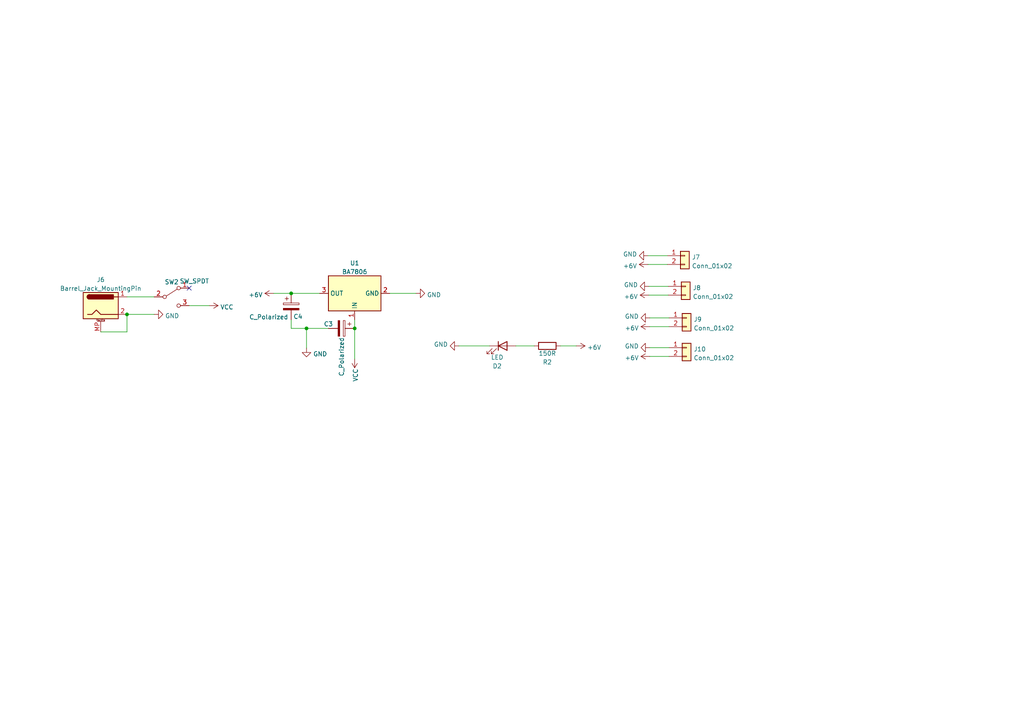
<source format=kicad_sch>
(kicad_sch (version 20211123) (generator eeschema)
  (paper "A4")
  (lib_symbols
    (symbol "Connector:Barrel_Jack_MountingPin" (pin_names hide)
      (property "Reference" "J" (at 0 5.334 0))
      (property "Value" "Barrel_Jack_MountingPin" (at 1.27 -6.35 0))
      (symbol "Barrel_Jack_MountingPin_0_1"
        (rectangle (start -5.08 3.81) (end 5.08 -3.81) (stroke (width 0.254)) (fill (type background)))
        (arc (start -3.302 3.175) (mid -3.937 2.54) (end -3.302 1.905) (stroke (width 0.254)))
        (arc (start -3.302 3.175) (mid -3.937 2.54) (end -3.302 1.905) (stroke (width 0.254)) (fill (type outline)))
        (polyline (pts (xy 5.08 2.54) (xy 3.81 2.54)) (stroke (width 0.254)))
        (polyline (pts (xy -3.81 -2.54) (xy -2.54 -2.54) (xy -1.27 -1.27) (xy 0 -2.54) (xy 2.54 -2.54) (xy 5.08 -2.54)) (stroke (width 0.254)))
        (rectangle (start 3.683 3.175) (end -3.302 1.905) (stroke (width 0.254)) (fill (type outline)))
      )
      (symbol "Barrel_Jack_MountingPin_1_1"
        (polyline (pts (xy -1.016 -4.572) (xy 1.016 -4.572)) (stroke (width 0.1524)))
        (text "Mounting" (at 0 -4.191 0) (effects (font (size 0.381 0.381))))
        (pin passive line (at 7.62 2.54 180) (length 2.54) (name "~") (number "1"))
        (pin passive line (at 7.62 -2.54 180) (length 2.54) (name "~") (number "2"))
        (pin passive line (at 0 -7.62 90) (length 3.048) (name "MountPin") (number "MP"))
      )
    )
    (symbol "Connector_Generic:Conn_01x02" (pin_names (offset 1.016) hide)
      (property "Reference" "J" (at 0 2.54 0))
      (property "Value" "Conn_01x02" (at 0 -5.08 0))
      (symbol "Conn_01x02_1_1"
        (rectangle (start -1.27 -2.413) (end 0 -2.667) (stroke (width 0.1524)))
        (rectangle (start -1.27 0.127) (end 0 -0.127) (stroke (width 0.1524)))
        (rectangle (start -1.27 1.27) (end 1.27 -3.81) (stroke (width 0.254)) (fill (type background)))
        (pin passive line (at -5.08 0 0) (length 3.81) (name "Pin_1") (number "1"))
        (pin passive line (at -5.08 -2.54 0) (length 3.81) (name "Pin_2") (number "2"))
      )
    )
    (symbol "Device:C_Polarized" (pin_numbers hide) (pin_names (offset 0.254))
      (property "Reference" "C" (at 0.635 2.54 0))
      (property "Value" "C_Polarized" (at 0.635 -2.54 0))
      (symbol "C_Polarized_0_1"
        (rectangle (start -2.286 0.508) (end 2.286 1.016))
        (polyline (pts (xy -1.778 2.286) (xy -0.762 2.286)))
        (polyline (pts (xy -1.27 2.794) (xy -1.27 1.778)))
        (rectangle (start 2.286 -0.508) (end -2.286 -1.016) (fill (type outline)))
      )
      (symbol "C_Polarized_1_1"
        (pin passive line (at 0 3.81 270) (length 2.794) (name "~") (number "1"))
        (pin passive line (at 0 -3.81 90) (length 2.794) (name "~") (number "2"))
      )
    )
    (symbol "Device:LED" (pin_numbers hide) (pin_names (offset 1.016) hide)
      (property "Reference" "D" (at 0 2.54 0))
      (property "Value" "LED" (at 0 -2.54 0))
      (symbol "LED_0_1"
        (polyline (pts (xy -1.27 -1.27) (xy -1.27 1.27)) (stroke (width 0.254)))
        (polyline (pts (xy -1.27 0) (xy 1.27 0)))
        (polyline (pts (xy 1.27 -1.27) (xy 1.27 1.27) (xy -1.27 0) (xy 1.27 -1.27)) (stroke (width 0.254)))
        (polyline (pts (xy -3.048 -0.762) (xy -4.572 -2.286) (xy -3.81 -2.286) (xy -4.572 -2.286) (xy -4.572 -1.524)))
        (polyline (pts (xy -1.778 -0.762) (xy -3.302 -2.286) (xy -2.54 -2.286) (xy -3.302 -2.286) (xy -3.302 -1.524)))
      )
      (symbol "LED_1_1"
        (pin passive line (at -3.81 0 0) (length 2.54) (name "K") (number "1"))
        (pin passive line (at 3.81 0 180) (length 2.54) (name "A") (number "2"))
      )
    )
    (symbol "Device:R" (pin_numbers hide) (pin_names (offset 0))
      (property "Reference" "R" (at 2.032 0 90))
      (property "Value" "R" (at 0 0 90))
      (symbol "R_0_1"
        (rectangle (start -1.016 -2.54) (end 1.016 2.54) (stroke (width 0.254)))
      )
      (symbol "R_1_1"
        (pin passive line (at 0 3.81 270) (length 1.27) (name "~") (number "1"))
        (pin passive line (at 0 -3.81 90) (length 1.27) (name "~") (number "2"))
      )
    )
    (symbol "Kitecraft_Voltage_Regulators:BA7806"
      (property "Reference" "U" (at 0 10.16 0))
      (property "Value" "BA7806" (at 0 7.62 0))
      (symbol "BA7806_1_1"
        (rectangle (start -7.62 -5.08) (end 7.62 5.08) (stroke (width 0.254)) (fill (type background)))
        (pin input line (at 0 -7.62 90) (length 2.54) (name "IN") (number "1"))
        (pin input line (at 10.16 0 180) (length 2.54) (name "GND") (number "2"))
        (pin power_out line (at -10.16 0 0) (length 2.54) (name "OUT") (number "3"))
      )
    )
    (symbol "Switch:SW_SPDT" (pin_names (offset 0) hide)
      (property "Reference" "SW" (at 0 4.318 0))
      (property "Value" "SW_SPDT" (at 0 -5.08 0))
      (symbol "SW_SPDT_0_0"
        (circle (center -2.032 0) (radius 0.508))
        (circle (center 2.032 -2.54) (radius 0.508))
      )
      (symbol "SW_SPDT_0_1"
        (polyline (pts (xy -1.524 0.254) (xy 1.651 2.286)))
        (circle (center 2.032 2.54) (radius 0.508))
      )
      (symbol "SW_SPDT_1_1"
        (pin passive line (at 5.08 2.54 180) (length 2.54) (name "A") (number "1"))
        (pin passive line (at -5.08 0 0) (length 2.54) (name "B") (number "2"))
        (pin passive line (at 5.08 -2.54 180) (length 2.54) (name "C") (number "3"))
      )
    )
    (symbol "power:+6V" (power) (pin_names (offset 0))
      (property "Value" "+6V" (at 0 3.556 0))
      (symbol "+6V_0_1"
        (polyline (pts (xy -0.762 1.27) (xy 0 2.54)))
        (polyline (pts (xy 0 0) (xy 0 2.54)))
        (polyline (pts (xy 0 2.54) (xy 0.762 1.27)))
      )
      (symbol "+6V_1_1"
        (pin power_in line (at 0 0 90) (length 0) hide (name "+6V") (number "1"))
      )
    )
    (symbol "power:GND" (power) (pin_names (offset 0))
      (property "Value" "GND" (at 0 -3.81 0))
      (symbol "GND_0_1"
        (polyline (pts (xy 0 0) (xy 0 -1.27) (xy 1.27 -1.27) (xy 0 -2.54) (xy -1.27 -1.27) (xy 0 -1.27)))
      )
      (symbol "GND_1_1"
        (pin power_in line (at 0 0 270) (length 0) hide (name "GND") (number "1"))
      )
    )
    (symbol "power:VCC" (power) (pin_names (offset 0))
      (property "Value" "VCC" (at 0 3.81 0))
      (symbol "VCC_0_1"
        (polyline (pts (xy -0.762 1.27) (xy 0 2.54)))
        (polyline (pts (xy 0 0) (xy 0 2.54)))
        (polyline (pts (xy 0 2.54) (xy 0.762 1.27)))
      )
      (symbol "VCC_1_1"
        (pin power_in line (at 0 0 90) (length 0) hide (name "VCC") (number "1"))
      )
    )
  )
  (junction (at 84.455 85.09))
  (junction (at 36.83 91.186))
  (junction (at 102.87 95.25))
  (junction (at 88.9 95.25))
  (no_connect (at 54.864 83.566))
  (wire (pts (xy 88.9 95.25) (xy 84.455 95.25)))
  (wire (pts (xy 36.83 91.186) (xy 44.704 91.186)))
  (wire (pts (xy 162.56 100.33) (xy 167.132 100.33)))
  (wire (pts (xy 29.21 96.266) (xy 36.83 96.266)))
  (wire (pts (xy 102.87 92.71) (xy 102.87 95.25)))
  (wire (pts (xy 84.455 95.25) (xy 84.455 92.71)))
  (wire (pts (xy 141.986 100.33) (xy 133.096 100.33)))
  (wire (pts (xy 88.9 95.25) (xy 88.9 100.965)))
  (wire (pts (xy 187.96 76.708) (xy 193.548 76.708)))
  (wire (pts (xy 79.375 85.09) (xy 84.455 85.09)))
  (wire (pts (xy 36.83 96.266) (xy 36.83 91.186)))
  (wire (pts (xy 113.03 85.09) (xy 120.65 85.09)))
  (wire (pts (xy 102.87 95.25) (xy 102.87 104.14)))
  (wire (pts (xy 188.214 85.598) (xy 193.802 85.598)))
  (wire (pts (xy 188.468 100.838) (xy 194.056 100.838)))
  (wire (pts (xy 188.468 94.742) (xy 194.056 94.742)))
  (wire (pts (xy 54.864 88.646) (xy 60.706 88.646)))
  (wire (pts (xy 188.214 83.058) (xy 193.802 83.058)))
  (wire (pts (xy 187.96 74.168) (xy 193.548 74.168)))
  (wire (pts (xy 188.468 103.378) (xy 194.056 103.378)))
  (wire (pts (xy 84.455 85.09) (xy 92.71 85.09)))
  (wire (pts (xy 36.83 86.106) (xy 44.704 86.106)))
  (wire (pts (xy 95.25 95.25) (xy 88.9 95.25)))
  (wire (pts (xy 154.94 100.33) (xy 149.606 100.33)))
  (wire (pts (xy 188.468 92.202) (xy 194.056 92.202)))
  (symbol (lib_id "Connector_Generic:Conn_01x02") (at 198.628 74.168 0) (unit 1)
    (property "Reference" "J7" (at 200.66 74.6033 0) (effects (justify left)))
    (property "Value" "Conn_01x02" (at 200.66 77.1402 0) (effects (justify left)))
    (property "Footprint" "Connector_PinHeader_2.54mm:PinHeader_1x02_P2.54mm_Vertical" (effects hide))
  )
  (symbol (lib_id "Connector:Barrel_Jack_MountingPin") (at 29.21 88.646 0) (unit 1)
    (property "Reference" "J6" (at 29.21 81.1362 0))
    (property "Value" "Barrel_Jack_MountingPin" (at 29.21 83.6731 0))
    (property "Footprint" "Kitecraft_Terminal_Blocks:BarrelJack_CUI_PJ-102AH_Horizontal_3_Pin_Short" (effects hide))
  )
  (symbol (lib_id "Connector_Generic:Conn_01x02") (at 198.882 83.058 0) (unit 1)
    (property "Reference" "J8" (at 200.914 83.4933 0) (effects (justify left)))
    (property "Value" "Conn_01x02" (at 200.914 86.0302 0) (effects (justify left)))
    (property "Footprint" "Connector_PinHeader_2.54mm:PinHeader_1x02_P2.54mm_Vertical" (effects hide))
  )
  (symbol (lib_id "Switch:SW_SPDT") (at 49.784 86.106 0) (unit 1)
    (property "Reference" "SW2" (at 49.784 81.788 0))
    (property "Value" "SW_SPDT" (at 56.388 81.534 0))
    (property "Footprint" "Kitecraft_Switches:SPDT_Switch_3mm" (effects hide))
  )
  (symbol (lib_id "power:GND") (at 88.9 100.965 0) (unit 1)
    (property "Reference" "#PWR0113" (effects hide))
    (property "Value" "GND" (at 90.805 102.6688 0) (effects (justify left)))
  )
  (symbol (lib_id "Device:C_Polarized") (at 84.455 88.9 0) (unit 1)
    (property "Reference" "C4" (at 85.09 91.821 0) (effects (justify left)))
    (property "Value" "C_Polarized" (at 72.263 91.948 0) (effects (justify left)))
    (property "Footprint" "Capacitor_SMD:C_0805_2012Metric" (effects hide))
  )
  (symbol (lib_id "power:+6V") (at 187.96 76.708 90) (unit 1)
    (property "Reference" "#PWR0107" (effects hide))
    (property "Value" "+6V" (at 184.7851 77.1418 90) (effects (justify left)))
  )
  (symbol (lib_id "power:GND") (at 188.468 92.202 270) (unit 1)
    (property "Reference" "#PWR0108" (effects hide))
    (property "Value" "GND" (at 185.293 91.7682 90) (effects (justify right)))
  )
  (symbol (lib_id "Device:LED") (at 145.796 100.33 0) (unit 1)
    (property "Reference" "D2" (at 144.2085 106.1888 0))
    (property "Value" "LED" (at 144.2085 103.6519 0))
    (property "Footprint" "LED_SMD:LED_1206_3216Metric" (effects hide))
  )
  (symbol (lib_id "power:GND") (at 188.468 100.838 270) (unit 1)
    (property "Reference" "#PWR0109" (effects hide))
    (property "Value" "GND" (at 185.293 100.4042 90) (effects (justify right)))
  )
  (symbol (lib_id "power:+6V") (at 79.375 85.09 90) (unit 1)
    (property "Reference" "#PWR0114" (effects hide))
    (property "Value" "+6V" (at 76.2001 85.5238 90) (effects (justify left)))
  )
  (symbol (lib_id "Kitecraft_Voltage_Regulators:BA7806") (at 102.87 85.09 0) (unit 1)
    (property "Reference" "U1" (at 102.87 76.3102 0))
    (property "Value" "BA7806" (at 102.87 78.8471 0))
    (property "Footprint" "Package_TO_SOT_SMD:TO-252-2" (effects hide))
    (property "Datasheet" "https://fscdn.rohm.com/en/products/databook/datasheet/ic/power/linear_regulator/ba78_series-e.pdf" (effects hide))
  )
  (symbol (lib_id "Device:R") (at 158.75 100.33 270) (unit 1)
    (property "Reference" "R2" (at 158.75 105.0458 90))
    (property "Value" "150R" (at 158.75 102.5089 90))
    (property "Footprint" "Resistor_SMD:R_1206_3216Metric" (effects hide))
  )
  (symbol (lib_id "Connector_Generic:Conn_01x02") (at 199.136 100.838 0) (unit 1)
    (property "Reference" "J10" (at 201.168 101.2733 0) (effects (justify left)))
    (property "Value" "Conn_01x02" (at 201.168 103.8102 0) (effects (justify left)))
    (property "Footprint" "Connector_PinHeader_2.54mm:PinHeader_1x02_P2.54mm_Vertical" (effects hide))
  )
  (symbol (lib_id "power:VCC") (at 102.87 104.14 180) (unit 1)
    (property "Reference" "#PWR0102" (effects hide))
    (property "Value" "VCC" (at 103.124 110.744 90) (effects (justify right)))
  )
  (symbol (lib_id "Device:C_Polarized") (at 99.06 95.25 270) (unit 1)
    (property "Reference" "C3" (at 95.25 93.98 90))
    (property "Value" "C_Polarized" (at 99.06 103.505 0))
    (property "Footprint" "Capacitor_SMD:CP_Elec_6.3x5.9" (effects hide))
  )
  (symbol (lib_id "power:GND") (at 188.214 83.058 270) (unit 1)
    (property "Reference" "#PWR0106" (effects hide))
    (property "Value" "GND" (at 185.039 82.6242 90) (effects (justify right)))
  )
  (symbol (lib_id "power:+6V") (at 188.214 85.598 90) (unit 1)
    (property "Reference" "#PWR0110" (effects hide))
    (property "Value" "+6V" (at 185.0391 86.0318 90) (effects (justify left)))
  )
  (symbol (lib_id "power:+6V") (at 188.468 103.378 90) (unit 1)
    (property "Reference" "#PWR0112" (effects hide))
    (property "Value" "+6V" (at 185.2931 103.8118 90) (effects (justify left)))
  )
  (symbol (lib_id "power:+6V") (at 188.468 94.742 90) (unit 1)
    (property "Reference" "#PWR0111" (effects hide))
    (property "Value" "+6V" (at 185.2931 95.1758 90) (effects (justify left)))
  )
  (symbol (lib_id "power:+6V") (at 167.132 100.33 270) (unit 1)
    (property "Reference" "#PWR?" (effects hide))
    (property "Value" "+6V" (at 170.307 100.7638 90) (effects (justify left)))
  )
  (symbol (lib_id "power:GND") (at 44.704 91.186 90) (unit 1)
    (property "Reference" "#PWR0103" (effects hide))
    (property "Value" "GND" (at 47.879 91.6198 90) (effects (justify right)))
  )
  (symbol (lib_id "power:VCC") (at 60.706 88.646 270) (unit 1)
    (property "Reference" "#PWR0104" (effects hide))
    (property "Value" "VCC" (at 63.881 89.0798 90) (effects (justify left)))
  )
  (symbol (lib_id "power:GND") (at 187.96 74.168 270) (unit 1)
    (property "Reference" "#PWR0105" (effects hide))
    (property "Value" "GND" (at 184.785 73.7342 90) (effects (justify right)))
  )
  (symbol (lib_id "power:GND") (at 133.096 100.33 270) (unit 1)
    (property "Reference" "#PWR0115" (effects hide))
    (property "Value" "GND" (at 129.921 99.8962 90) (effects (justify right)))
  )
  (symbol (lib_id "power:GND") (at 120.65 85.09 90) (unit 1)
    (property "Reference" "#PWR0101" (effects hide))
    (property "Value" "GND" (at 123.825 85.5238 90) (effects (justify right)))
  )
  (symbol (lib_id "Connector_Generic:Conn_01x02") (at 199.136 92.202 0) (unit 1)
    (property "Reference" "J9" (at 201.168 92.6373 0) (effects (justify left)))
    (property "Value" "Conn_01x02" (at 201.168 95.1742 0) (effects (justify left)))
    (property "Footprint" "Connector_PinHeader_2.54mm:PinHeader_1x02_P2.54mm_Vertical" (effects hide))
  )
)
</source>
